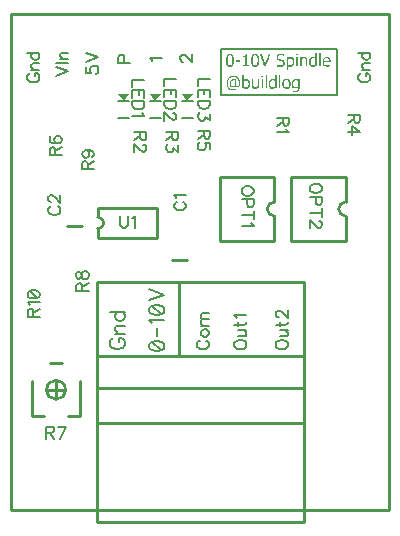
<source format=gbr>
G04 DipTrace 4.0.0.2*
G04 TopSilk.gbr*
%MOIN*%
G04 #@! TF.FileFunction,Legend,Top*
G04 #@! TF.Part,Single*
%ADD10C,0.009843*%
%ADD19C,0.008*%
%ADD21C,0.005906*%
%ADD56C,0.006176*%
%ADD57C,0.00772*%
%FSLAX26Y26*%
G04*
G70*
G90*
G75*
G01*
G04 TopSilk*
%LPD*%
X982071Y1227640D2*
D10*
X930929D1*
X632071Y1340140D2*
X580929D1*
G36*
X769000Y1756500D2*
X787751Y1781500D1*
X750249D1*
D1*
X769000Y1756500D1*
G37*
X787751D2*
D21*
X750249D1*
X787751Y1700249D2*
X750249D1*
G36*
X875251Y1756500D2*
X894001Y1781500D1*
X856500D1*
D1*
X875251Y1756500D1*
G37*
X894001D2*
D21*
X856500D1*
X894001Y1700249D2*
X856500D1*
G36*
X981500Y1756500D2*
X1000251Y1781500D1*
X962749D1*
D1*
X981500Y1756500D1*
G37*
X1000251D2*
D21*
X962749D1*
X1000251Y1700249D2*
X962749D1*
X394000Y2047543D2*
D10*
Y394000D1*
X1653843D1*
Y2047543D1*
X394000D1*
X1090949Y1502941D2*
Y1290374D1*
X1272051Y1502941D2*
X1090949D1*
Y1290374D2*
X1272051D1*
Y1502941D2*
Y1420290D1*
Y1290374D2*
Y1373025D1*
Y1420290D2*
G03X1272051Y1373025I-1J-23633D01*
G01*
X1328449Y1502941D2*
Y1290374D1*
X1509551Y1502941D2*
X1328449D1*
Y1290374D2*
X1509551D1*
Y1502941D2*
Y1420290D1*
Y1290374D2*
Y1373025D1*
Y1420290D2*
G03X1509551Y1373025I-1J-23633D01*
G01*
X512500Y794004D2*
G02X512500Y794004I31500J0D01*
G01*
X575500Y793995D2*
X512500D1*
X544000Y762507D2*
Y825501D1*
X563677Y882583D2*
X524323D1*
X465259Y823524D2*
Y705425D1*
X504629D2*
X465259D1*
X583371D2*
X622741D1*
Y823524D1*
X680909Y799094D2*
Y684945D1*
X1369886D1*
Y799094D1*
X680909D1*
Y905417D2*
Y354236D1*
X1369886D1*
Y905417D1*
X680909D1*
X683073Y1299112D2*
X879927D1*
X683073Y1401487D2*
X879927D1*
Y1299112D2*
Y1401487D1*
X683073Y1330605D2*
Y1299112D1*
Y1369993D2*
Y1401487D1*
Y1330605D2*
G03X683073Y1369993I-9J19694D01*
G01*
X680909Y1151874D2*
X955024D1*
Y905417D1*
X680909D1*
Y1151874D1*
X955024D2*
X1369886D1*
Y905417D1*
X955024D1*
Y1151874D1*
X1094000Y1931500D2*
D19*
X1481500D1*
Y1775249D1*
X1094000D1*
Y1931500D1*
G36*
X1390883Y1899379D2*
Y1898854D1*
X1389833Y1897804D1*
X1388783Y1895704D1*
X1387733Y1892555D1*
Y1882056D1*
X1388258Y1879956D1*
X1388783Y1878381D1*
X1390358Y1875232D1*
X1392982Y1872607D1*
X1395082Y1871557D1*
X1396657Y1871032D1*
X1401381D1*
X1402956Y1871557D1*
X1406106Y1873132D1*
X1407681Y1874707D1*
X1408169Y1874532D1*
X1408730Y1874182D1*
Y1872082D1*
X1413455D1*
Y1916177D1*
X1408730D1*
Y1902528D1*
X1408174Y1901958D1*
X1407902Y1902044D1*
X1407681Y1902528D1*
X1406631Y1903053D1*
X1403481Y1904103D1*
X1398232D1*
X1396657Y1903578D1*
X1393507Y1902004D1*
X1390883Y1899379D1*
X1398757D1*
X1400681Y1899904D1*
X1402606D1*
X1404531Y1899379D1*
X1406631Y1898854D1*
X1408730Y1897804D1*
Y1879431D1*
X1407681Y1878381D1*
X1404531Y1876807D1*
X1402956Y1876282D1*
X1401206Y1875757D1*
X1399457D1*
X1397707Y1876282D1*
X1396132Y1876807D1*
X1394032Y1878906D1*
Y1879431D1*
X1393507Y1880481D1*
X1392982Y1882581D1*
X1392457Y1883106D1*
Y1891505D1*
X1392982Y1892030D1*
X1393507Y1894130D1*
X1394032Y1895179D1*
X1395082Y1896754D1*
X1395184Y1897126D1*
X1395607Y1897804D1*
X1398757Y1899379D1*
X1390883D1*
G37*
G36*
X1421854Y1915652D2*
Y1872082D1*
X1426578D1*
Y1915652D1*
X1421854D1*
G37*
G36*
X1114242Y1909878D2*
X1114070Y1909241D1*
X1113717Y1908828D1*
X1113192Y1907778D1*
X1112142Y1904628D1*
X1111618Y1902528D1*
X1111093Y1899379D1*
Y1886256D1*
X1111618Y1883106D1*
X1112142Y1881006D1*
X1113192Y1877857D1*
X1113717Y1876807D1*
X1114767Y1875232D1*
X1117392Y1872607D1*
X1119492Y1871557D1*
X1121591Y1871032D1*
X1126841D1*
X1129990Y1872082D1*
X1131565Y1873132D1*
X1133140Y1874707D1*
X1134190Y1876282D1*
X1135240Y1878381D1*
X1136289Y1881531D1*
X1136814Y1884156D1*
X1137339Y1888355D1*
Y1896754D1*
X1136814Y1901479D1*
X1136289Y1904103D1*
X1135240Y1907253D1*
X1134190Y1909353D1*
X1133140Y1910927D1*
X1131565Y1912502D1*
X1128415Y1914077D1*
X1126316Y1914602D1*
X1121591D1*
X1119492Y1914077D1*
X1117392Y1913027D1*
X1114242Y1909878D1*
X1121591D1*
X1123341Y1910402D1*
X1125091D1*
X1126841Y1909878D1*
X1127890Y1909353D1*
X1129990Y1907253D1*
Y1906728D1*
X1130515Y1905678D1*
X1131040Y1903578D1*
X1131565Y1899904D1*
X1132090Y1899379D1*
Y1886256D1*
X1131565Y1885731D1*
X1131040Y1882056D1*
X1130515Y1879956D1*
X1129990Y1878906D1*
Y1878381D1*
X1127890Y1876282D1*
X1124741Y1875232D1*
X1123166D1*
X1121591Y1875757D1*
X1119492Y1876807D1*
X1118869Y1877397D1*
X1118967Y1877857D1*
X1117917Y1879431D1*
X1117392Y1881006D1*
X1116867Y1883631D1*
X1116342Y1884156D1*
Y1901479D1*
X1116867Y1902004D1*
X1117392Y1904628D1*
X1117917Y1906203D1*
X1118967Y1907778D1*
X1119069Y1908150D1*
X1119492Y1908828D1*
X1121591Y1909878D1*
X1114242D1*
G37*
G36*
X1198232D2*
X1198059Y1909241D1*
X1197707Y1908828D1*
X1197182Y1907778D1*
X1196132Y1904628D1*
X1195607Y1902528D1*
X1195082Y1899379D1*
Y1886256D1*
X1195607Y1883106D1*
X1196132Y1881006D1*
X1197182Y1877857D1*
X1197707Y1876807D1*
X1198757Y1875232D1*
X1201381Y1872607D1*
X1203481Y1871557D1*
X1205581Y1871032D1*
X1210830D1*
X1213980Y1872082D1*
X1215555Y1873132D1*
X1217129Y1874707D1*
X1218179Y1876282D1*
X1219229Y1878381D1*
X1220279Y1881531D1*
X1220804Y1884156D1*
X1221329Y1888355D1*
Y1896754D1*
X1220804Y1901479D1*
X1220279Y1904103D1*
X1219229Y1907253D1*
X1218179Y1909353D1*
X1217129Y1910927D1*
X1215555Y1912502D1*
X1212405Y1914077D1*
X1210305Y1914602D1*
X1205581D1*
X1203481Y1914077D1*
X1201381Y1913027D1*
X1198232Y1909878D1*
X1205581D1*
X1207331Y1910402D1*
X1209080D1*
X1210830Y1909878D1*
X1211880Y1909353D1*
X1213980Y1907253D1*
Y1906728D1*
X1214505Y1905678D1*
X1215030Y1903578D1*
X1215555Y1899904D1*
X1216079Y1899379D1*
Y1886256D1*
X1215555Y1885731D1*
X1215030Y1882056D1*
X1214505Y1879956D1*
X1213980Y1878906D1*
Y1878381D1*
X1211880Y1876282D1*
X1208730Y1875232D1*
X1207156D1*
X1205581Y1875757D1*
X1203481Y1876807D1*
X1202858Y1877397D1*
X1202956Y1877857D1*
X1201906Y1879431D1*
X1201381Y1881006D1*
X1200856Y1883631D1*
X1200331Y1884156D1*
Y1901479D1*
X1200856Y1902004D1*
X1201381Y1904628D1*
X1201906Y1906203D1*
X1202956Y1907778D1*
X1203058Y1908150D1*
X1203481Y1908828D1*
X1205581Y1909878D1*
X1198232D1*
G37*
G36*
X1290095Y1914602D2*
X1287995Y1914077D1*
X1286421Y1913552D1*
X1284321Y1912502D1*
X1280646Y1908828D1*
X1279597Y1906728D1*
X1279072Y1904628D1*
Y1900429D1*
X1279597Y1898329D1*
X1280646Y1896229D1*
X1283271Y1893605D1*
X1286421Y1892030D1*
X1287995Y1891505D1*
X1294295Y1889930D1*
X1297444Y1888880D1*
X1299544Y1887830D1*
X1299967Y1887153D1*
X1300069Y1886780D1*
X1301119Y1884156D1*
X1301644Y1883631D1*
Y1881531D1*
X1301119Y1881006D1*
X1300594Y1879431D1*
Y1878906D1*
X1299019Y1877332D1*
X1296919Y1876282D1*
X1295345Y1875757D1*
X1293070Y1875232D1*
X1290795D1*
X1288520Y1875757D1*
X1285371Y1876807D1*
X1281171Y1878906D1*
X1279072Y1881006D1*
Y1874182D1*
X1279597Y1873657D1*
X1282221Y1872607D1*
X1285371Y1871557D1*
X1288520Y1871032D1*
X1295345D1*
X1297444Y1871557D1*
X1299019Y1872082D1*
X1301119Y1873132D1*
X1303219Y1874707D1*
X1304793Y1876807D1*
X1305843Y1878906D1*
X1306368Y1880481D1*
X1306893Y1883106D1*
Y1884156D1*
X1306368Y1887305D1*
X1304793Y1890455D1*
X1303219Y1892030D1*
X1301644Y1893080D1*
X1300594Y1893605D1*
X1297444Y1894654D1*
X1291145Y1896229D1*
X1287995Y1897279D1*
X1286946Y1897804D1*
X1284846Y1899904D1*
Y1900954D1*
X1284321Y1901479D1*
Y1905153D1*
X1284846Y1905678D1*
X1285896Y1907253D1*
X1287471Y1908828D1*
X1288520Y1909353D1*
X1290095Y1909878D1*
X1292195Y1910402D1*
X1294295D1*
X1298494Y1909353D1*
X1300069Y1908828D1*
X1302169Y1907778D1*
X1302694Y1907253D1*
X1304793Y1905678D1*
Y1911977D1*
X1304268Y1912502D1*
X1303219Y1913027D1*
X1301644Y1913552D1*
X1299544Y1914077D1*
X1296394Y1914602D1*
X1290095D1*
G37*
G36*
X1176184Y1913552D2*
Y1912502D1*
X1175660Y1911977D1*
Y1910927D1*
X1174085Y1909353D1*
X1173035Y1908828D1*
X1170935Y1908303D1*
X1167785Y1907778D1*
Y1904628D1*
X1175135Y1904103D1*
Y1876282D1*
X1167785Y1875757D1*
Y1872082D1*
X1187208D1*
Y1875757D1*
X1179859Y1876282D1*
Y1913552D1*
X1176184D1*
G37*
G36*
X1223953D2*
Y1913027D1*
X1224478Y1911977D1*
X1228678Y1899379D1*
X1229203Y1898329D1*
X1233402Y1885731D1*
X1233927Y1884681D1*
X1238127Y1872082D1*
X1243901D1*
X1244426Y1872607D1*
X1248625Y1885206D1*
X1249150Y1886256D1*
X1253350Y1898854D1*
X1253875Y1899904D1*
X1258074Y1912502D1*
Y1913552D1*
X1253350D1*
X1252825Y1913027D1*
X1241801Y1879956D1*
X1241668Y1879337D1*
X1241246Y1878858D1*
X1240975Y1878945D1*
X1240637Y1879523D1*
X1240751Y1879956D1*
X1229728Y1913027D1*
X1229203Y1913552D1*
X1223953D1*
G37*
G36*
X1344163D2*
Y1908828D1*
X1349938D1*
Y1913552D1*
X1344163D1*
G37*
G36*
X1312667Y1898854D2*
Y1860534D1*
X1317392D1*
Y1873132D1*
X1317784Y1873469D1*
X1318056Y1873439D1*
X1318442Y1873132D1*
X1319492Y1872607D1*
X1322641Y1871557D1*
X1327890D1*
X1329465Y1872082D1*
X1331565Y1873132D1*
X1333140Y1874182D1*
X1334715Y1875757D1*
X1335764Y1877332D1*
X1337339Y1880481D1*
X1337864Y1882056D1*
X1338389Y1884156D1*
Y1893080D1*
X1337864Y1895179D1*
X1337339Y1896754D1*
X1335764Y1899904D1*
X1333140Y1902528D1*
X1331040Y1903578D1*
X1329465Y1904103D1*
X1325266D1*
X1323166Y1903578D1*
X1320016Y1902004D1*
X1318442Y1900429D1*
X1317672Y1900482D1*
X1317392Y1900954D1*
Y1903053D1*
X1312667D1*
Y1898854D1*
X1323166D1*
X1324916Y1899379D1*
X1326666D1*
X1328415Y1898854D1*
X1330515Y1897804D1*
X1332090Y1896229D1*
Y1895704D1*
X1332615Y1894130D1*
X1333140Y1891505D1*
X1333665Y1890980D1*
Y1884681D1*
X1333140Y1884156D1*
X1332615Y1882056D1*
X1332090Y1880481D1*
Y1879956D1*
X1329465Y1877332D1*
X1327366Y1876282D1*
X1325266Y1875757D1*
X1323166D1*
X1321066Y1876282D1*
X1317917Y1877332D1*
X1317392Y1877857D1*
Y1895704D1*
X1317917Y1896229D1*
X1318967Y1896754D1*
X1319492Y1897279D1*
X1321591Y1898329D1*
X1323166Y1898854D1*
X1312667D1*
G37*
G36*
X1370410Y1904103D2*
X1368310Y1903578D1*
X1366211Y1902528D1*
X1364636Y1901479D1*
X1363586Y1900429D1*
X1363029Y1899859D1*
X1362758Y1899944D1*
X1362536Y1900429D1*
Y1903053D1*
X1357812D1*
Y1872082D1*
X1362536D1*
Y1895179D1*
X1364111Y1896754D1*
X1365161Y1897279D1*
X1365686Y1897804D1*
X1366736Y1898329D1*
X1368310Y1898854D1*
X1370060Y1899379D1*
X1371810D1*
X1373560Y1898854D1*
X1374610Y1898329D1*
X1376184Y1896754D1*
Y1895704D1*
X1376709Y1890455D1*
X1377234Y1872082D1*
X1381434D1*
Y1896754D1*
X1380909Y1898329D1*
X1379859Y1900429D1*
X1377234Y1903053D1*
X1376184Y1903578D1*
X1374085Y1904103D1*
X1370410D1*
G37*
G36*
X1436552Y1899904D2*
X1436027Y1899379D1*
X1434977Y1897804D1*
X1433927Y1895704D1*
X1432877Y1892555D1*
X1432352Y1887830D1*
Y1887305D1*
X1432877Y1882581D1*
X1433927Y1879431D1*
X1434452Y1878381D1*
X1435502Y1876807D1*
X1438127Y1874182D1*
X1441276Y1872607D1*
X1442851Y1872082D1*
X1444951Y1871557D1*
X1451250D1*
X1455450Y1872607D1*
X1458074Y1873657D1*
X1458599Y1874182D1*
Y1879431D1*
X1458074Y1878906D1*
X1454925Y1877332D1*
X1453350Y1876807D1*
X1449150Y1875757D1*
X1447051D1*
X1444951Y1876282D1*
X1443376Y1876807D1*
X1441276Y1877857D1*
X1438652Y1880481D1*
Y1881006D1*
X1438127Y1882581D1*
X1437602Y1883106D1*
Y1886780D1*
X1459124Y1887305D1*
Y1894130D1*
X1458599Y1896229D1*
X1458074Y1897804D1*
X1457024Y1899379D1*
X1453875Y1902528D1*
X1451775Y1903578D1*
X1449675Y1904103D1*
X1444426D1*
X1442326Y1903578D1*
X1440751Y1903053D1*
X1439701Y1902528D1*
X1437602Y1900954D1*
X1436552Y1899904D1*
X1443901D1*
X1445826Y1900429D1*
X1447750D1*
X1449675Y1899904D1*
X1451775Y1898854D1*
X1453350Y1897279D1*
Y1896754D1*
X1453875Y1895704D1*
X1454400Y1893080D1*
X1454925Y1892555D1*
Y1891505D1*
X1449150Y1890980D1*
X1443376D1*
X1437602Y1891505D1*
Y1893605D1*
X1438127Y1894130D1*
X1438652Y1895704D1*
Y1896229D1*
X1441276Y1898854D1*
X1442326Y1899379D1*
X1443901Y1899904D1*
X1436552D1*
G37*
G36*
X1344688Y1903053D2*
Y1872082D1*
X1349413D1*
Y1903053D1*
X1344688D1*
G37*
G36*
X1142589Y1892555D2*
Y1887830D1*
X1157812D1*
Y1892555D1*
X1142589D1*
G37*
G36*
X1256499Y1825888D2*
Y1825363D1*
X1255450Y1824313D1*
X1254400Y1822214D1*
X1253350Y1819064D1*
Y1808565D1*
X1253875Y1806465D1*
X1254400Y1804891D1*
X1255974Y1801741D1*
X1258599Y1799116D1*
X1260699Y1798067D1*
X1262274Y1797542D1*
X1266998D1*
X1268573Y1798067D1*
X1271722Y1799641D1*
X1273297Y1801216D1*
X1273786Y1801042D1*
X1274347Y1800691D1*
Y1798591D1*
X1279072D1*
Y1842686D1*
X1274347D1*
Y1829038D1*
X1273791Y1828468D1*
X1273519Y1828553D1*
X1273297Y1829038D1*
X1272247Y1829563D1*
X1269098Y1830612D1*
X1263848D1*
X1262274Y1830088D1*
X1259124Y1828513D1*
X1256499Y1825888D1*
X1264373D1*
X1266298Y1826413D1*
X1268223D1*
X1270148Y1825888D1*
X1272247Y1825363D1*
X1274347Y1824313D1*
Y1805941D1*
X1273297Y1804891D1*
X1270148Y1803316D1*
X1268573Y1802791D1*
X1266823Y1802266D1*
X1265073D1*
X1263324Y1802791D1*
X1261749Y1803316D1*
X1259649Y1805416D1*
Y1805941D1*
X1259124Y1806990D1*
X1258599Y1809090D1*
X1258074Y1809615D1*
Y1818014D1*
X1258599Y1818539D1*
X1259124Y1820639D1*
X1259649Y1821689D1*
X1260699Y1823263D1*
X1260801Y1823635D1*
X1261224Y1824313D1*
X1264373Y1825888D1*
X1256499D1*
G37*
G36*
X1165161Y1825363D2*
Y1798591D1*
X1169360D1*
Y1799116D1*
X1170060Y1799641D1*
X1170760D1*
X1171460Y1799116D1*
X1173560Y1798067D1*
X1175660Y1797542D1*
X1180384D1*
X1181959Y1798067D1*
X1184058Y1799116D1*
X1185633Y1800166D1*
X1187208Y1801741D1*
X1188258Y1803316D1*
X1189833Y1806465D1*
X1190358Y1808040D1*
X1190883Y1810140D1*
Y1819064D1*
X1190358Y1821689D1*
X1189833Y1823263D1*
X1188783Y1825363D1*
X1187733Y1826938D1*
X1185633Y1829038D1*
X1183534Y1830088D1*
X1181959Y1830612D1*
X1177234D1*
X1175660Y1830088D1*
X1172510Y1828513D1*
X1170935Y1826938D1*
X1170166Y1826991D1*
X1169885Y1827463D1*
Y1842161D1*
X1165161D1*
Y1825363D1*
X1175660D1*
X1177409Y1825888D1*
X1179159D1*
X1180909Y1825363D1*
X1183009Y1824313D1*
X1184583Y1822738D1*
Y1822214D1*
X1185108Y1820639D1*
X1185633Y1818014D1*
X1186158Y1817489D1*
Y1810665D1*
X1185633Y1810140D1*
X1185108Y1808040D1*
X1184583Y1806465D1*
X1183534Y1804891D1*
X1183361Y1804254D1*
X1183009Y1803841D1*
X1179859Y1802266D1*
X1177934Y1801741D1*
X1176009D1*
X1174085Y1802266D1*
X1171985Y1802791D1*
X1169885Y1803841D1*
Y1822214D1*
X1170935Y1823263D1*
X1174085Y1824838D1*
X1175660Y1825363D1*
X1165161D1*
G37*
G36*
X1242326Y1842161D2*
Y1798591D1*
X1247051D1*
Y1842161D1*
X1242326D1*
G37*
G36*
X1287471D2*
Y1798591D1*
X1292195D1*
Y1842161D1*
X1287471D1*
G37*
G36*
X1144688Y1806990D2*
Y1829563D1*
X1141014D1*
X1140823Y1828917D1*
X1140264Y1828470D1*
X1139789Y1828554D1*
X1139439Y1829038D1*
X1136289Y1830088D1*
X1132090D1*
X1130515Y1829563D1*
X1129465Y1829038D1*
X1127366Y1827463D1*
X1126316Y1826413D1*
X1125266Y1824838D1*
X1124216Y1822738D1*
X1123691Y1821164D1*
X1123166Y1818014D1*
Y1814339D1*
X1123691Y1811190D1*
X1124216Y1809090D1*
X1125266Y1806990D1*
X1128415Y1803841D1*
X1129465Y1803316D1*
X1131040Y1802791D1*
X1135240D1*
X1136814Y1803316D1*
X1137864Y1803841D1*
X1139439Y1804891D1*
X1139964Y1805416D1*
X1140356Y1805753D1*
X1140621Y1805709D1*
X1140920Y1805275D1*
X1141539Y1802791D1*
X1153087D1*
X1153612Y1803316D1*
X1155187Y1806465D1*
X1156237Y1809615D1*
X1156762Y1811715D1*
X1157287Y1815389D1*
Y1819064D1*
X1156762Y1823263D1*
X1156237Y1825363D1*
X1155187Y1828513D1*
X1153612Y1831662D1*
X1152562Y1833237D1*
X1148363Y1837437D1*
X1146788Y1838486D1*
X1144688Y1839536D1*
X1141539Y1840586D1*
X1138914Y1841111D1*
X1132090D1*
X1129465Y1840586D1*
X1126316Y1839536D1*
X1124216Y1838486D1*
X1122641Y1837437D1*
X1120016Y1835337D1*
X1118967Y1834287D1*
X1116867Y1831662D1*
X1115817Y1830088D1*
X1113717Y1825888D1*
X1113192Y1824313D1*
X1112667Y1821689D1*
Y1811190D1*
X1113192Y1809090D1*
X1114242Y1805941D1*
X1115817Y1802791D1*
X1116867Y1801216D1*
X1122116Y1795967D1*
X1124741Y1794392D1*
X1127366Y1793342D1*
X1128940Y1792817D1*
X1131565Y1792292D1*
X1139964D1*
X1143639Y1792817D1*
X1144688Y1793342D1*
Y1796492D1*
X1144163D1*
X1140489Y1795967D1*
X1137514Y1795442D1*
X1134540D1*
X1131565Y1795967D1*
X1128940Y1796492D1*
X1127366Y1797017D1*
X1125266Y1798067D1*
X1124741Y1798591D1*
X1123691Y1799116D1*
X1119492Y1803316D1*
Y1803841D1*
X1118442Y1805416D1*
X1117917Y1806465D1*
X1116867Y1809615D1*
X1116342Y1812765D1*
X1115817Y1813290D1*
Y1820114D1*
X1116342Y1820639D1*
X1116867Y1823263D1*
X1117917Y1826413D1*
X1118442Y1827463D1*
X1119492Y1829038D1*
X1121591Y1831662D1*
X1121693Y1832034D1*
X1122116Y1832712D1*
X1123166Y1833237D1*
X1124741Y1834812D1*
X1127890Y1836387D1*
X1129465Y1836912D1*
X1131565Y1837437D1*
X1134190Y1837962D1*
X1136814D1*
X1139439Y1837437D1*
X1141539Y1836912D1*
X1143114Y1836387D1*
X1146263Y1834812D1*
X1149938Y1831137D1*
Y1830612D1*
X1150988Y1829038D1*
X1151513Y1827988D1*
X1152562Y1824838D1*
X1153087Y1822738D1*
X1153612Y1822214D1*
Y1811190D1*
X1153087Y1810665D1*
X1152562Y1808040D1*
X1152037Y1806465D1*
Y1805941D1*
X1149588Y1805416D1*
X1147138D1*
X1144688Y1805941D1*
Y1806990D1*
X1136289D1*
X1134715Y1806465D1*
X1133140D1*
X1131565Y1806990D1*
X1130515Y1807515D1*
X1128940Y1809090D1*
Y1809615D1*
X1128415Y1811190D1*
X1127890Y1814339D1*
X1127366Y1814864D1*
Y1817489D1*
X1127890Y1818014D1*
X1128415Y1821164D1*
X1128940Y1822738D1*
Y1823263D1*
X1130515Y1824838D1*
X1132615Y1825888D1*
X1134365Y1826413D1*
X1136114D1*
X1137864Y1825888D1*
X1139439Y1825363D1*
X1140489Y1824838D1*
X1141014Y1824313D1*
Y1809615D1*
X1139964Y1809090D1*
X1138389Y1808040D1*
X1136289Y1806990D1*
X1144688D1*
G37*
G36*
X1228678Y1840061D2*
Y1835337D1*
X1234452D1*
Y1840061D1*
X1228678D1*
G37*
G36*
X1301644Y1825888D2*
X1301119Y1825363D1*
X1300069Y1823788D1*
X1299544Y1822738D1*
X1299019Y1821164D1*
X1298494Y1819064D1*
Y1809090D1*
X1299019Y1806990D1*
X1299544Y1805941D1*
X1300069Y1804366D1*
X1301119Y1802791D1*
X1304268Y1799641D1*
X1305843Y1798591D1*
X1307418Y1798067D1*
X1309518Y1797542D1*
X1314767D1*
X1316867Y1798067D1*
X1320016Y1799641D1*
X1323166Y1802791D1*
X1324741Y1805941D1*
X1325266Y1807515D1*
X1325791Y1809615D1*
Y1818539D1*
X1325266Y1820639D1*
X1324741Y1822214D1*
X1323691Y1824313D1*
X1322641Y1825888D1*
X1320016Y1828513D1*
X1316867Y1830088D1*
X1314767Y1830612D1*
X1309518D1*
X1307418Y1830088D1*
X1304268Y1828513D1*
X1301644Y1825888D1*
X1309518D1*
X1311268Y1826413D1*
X1313017D1*
X1314767Y1825888D1*
X1316342Y1825363D1*
X1316867Y1824838D1*
X1317917Y1824313D1*
X1318340Y1823635D1*
X1318442Y1823263D1*
X1319492Y1821689D1*
X1320016Y1820114D1*
X1320541Y1818014D1*
X1321066Y1817489D1*
Y1810665D1*
X1320541Y1810140D1*
X1320016Y1808040D1*
X1319492Y1806465D1*
X1318442Y1804891D1*
X1318269Y1804254D1*
X1317917Y1803841D1*
X1316867Y1803316D1*
X1316342Y1802791D1*
X1314767Y1802266D1*
X1313017Y1801741D1*
X1311268D1*
X1309518Y1802266D1*
X1307943Y1802791D1*
X1306893Y1803316D1*
X1305318Y1804891D1*
Y1805416D1*
X1304268Y1807515D1*
X1303743Y1809615D1*
X1303219Y1810140D1*
Y1818539D1*
X1303743Y1819064D1*
X1304268Y1820639D1*
X1305318Y1822738D1*
Y1823263D1*
X1306893Y1824838D1*
X1307943Y1825363D1*
X1309518Y1825888D1*
X1301644D1*
G37*
G36*
X1333140D2*
X1332615Y1825363D1*
X1330515Y1821164D1*
X1329990Y1819064D1*
Y1809090D1*
X1330515Y1806990D1*
X1332090Y1803841D1*
X1335240Y1800691D1*
X1337339Y1799641D1*
X1338914Y1799116D1*
X1344163D1*
X1345738Y1799641D1*
X1348888Y1801216D1*
X1349938Y1802266D1*
X1350330Y1802603D1*
X1350602Y1802572D1*
X1350988Y1802266D1*
Y1797017D1*
X1350463Y1796492D1*
X1349938Y1794917D1*
X1349413Y1793867D1*
X1349240Y1793230D1*
X1348888Y1792817D1*
X1346788Y1791767D1*
X1345213Y1791242D1*
X1343114Y1790717D1*
X1341014D1*
X1338914Y1791242D1*
X1333140Y1792817D1*
X1332615D1*
Y1788093D1*
X1333140Y1787568D1*
X1335240Y1787043D1*
X1337864Y1786518D1*
X1344688D1*
X1347313Y1787043D1*
X1348888Y1787568D1*
X1349938Y1788093D1*
X1352037Y1789668D1*
X1352562Y1790193D1*
X1353612Y1791767D1*
X1354662Y1793867D1*
X1355187Y1795442D1*
X1355712Y1798591D1*
Y1829563D1*
X1350988D1*
X1350797Y1828917D1*
X1350238Y1828470D1*
X1349763Y1828554D1*
X1349413Y1829038D1*
X1347313Y1830088D1*
X1345213Y1830612D1*
X1340489D1*
X1338914Y1830088D1*
X1335764Y1828513D1*
X1333140Y1825888D1*
X1341014D1*
X1342939Y1826413D1*
X1344863D1*
X1346788Y1825888D1*
X1349938Y1824838D1*
X1350988Y1824313D1*
Y1806990D1*
X1349938Y1805941D1*
X1346788Y1804366D1*
X1345213Y1803841D1*
X1343464Y1803316D1*
X1341714D1*
X1339964Y1803841D1*
X1338389Y1804366D1*
X1335764Y1806990D1*
Y1808040D1*
X1335240Y1809615D1*
X1334715Y1810140D1*
Y1818539D1*
X1335240Y1819064D1*
X1335764Y1820639D1*
X1336814Y1822738D1*
Y1823263D1*
X1337864Y1824313D1*
X1341014Y1825888D1*
X1333140D1*
G37*
G36*
X1196657Y1829563D2*
Y1806990D1*
X1197182Y1804366D1*
X1197707Y1802791D1*
X1198232Y1801741D1*
X1201381Y1798591D1*
X1202431Y1798067D1*
X1204006Y1797542D1*
X1208205D1*
X1210305Y1798067D1*
X1212405Y1799116D1*
X1214505Y1800691D1*
X1215030Y1801216D1*
X1215422Y1801553D1*
X1215694Y1801523D1*
X1216079Y1801216D1*
Y1798591D1*
X1220804D1*
Y1829563D1*
X1216079D1*
Y1805941D1*
X1215030Y1805416D1*
X1214505Y1804891D1*
X1210305Y1802791D1*
X1208555Y1802266D1*
X1206806D1*
X1205056Y1802791D1*
X1204006Y1803316D1*
X1202431Y1804891D1*
Y1805416D1*
X1201906Y1807515D1*
X1201381Y1829563D1*
X1196657D1*
G37*
G36*
X1229203D2*
Y1798591D1*
X1233927D1*
Y1829563D1*
X1229203D1*
G37*
X854569Y938311D2*
D57*
X856946Y931126D1*
X864131Y926318D1*
X876069Y923941D1*
X883254D1*
X895192Y926318D1*
X902377Y931126D1*
X904754Y938311D1*
Y943064D1*
X902377Y950249D1*
X895192Y955003D1*
X883254Y957435D1*
X876069D1*
X864131Y955003D1*
X856946Y950249D1*
X854569Y943064D1*
Y938311D1*
X864131Y955003D2*
X895192Y926318D1*
X879661Y972874D2*
Y1000509D1*
X864131Y1015948D2*
X861699Y1020756D1*
X854569Y1027941D1*
X904754D1*
X854569Y1057751D2*
X856946Y1050566D1*
X864131Y1045757D1*
X876069Y1043381D1*
X883254D1*
X895192Y1045757D1*
X902377Y1050566D1*
X904754Y1057751D1*
Y1062504D1*
X902377Y1069689D1*
X895192Y1074442D1*
X883254Y1076874D1*
X876069D1*
X864131Y1074442D1*
X856946Y1069689D1*
X854569Y1062504D1*
Y1057751D1*
X864131Y1074442D2*
X895192Y1045757D1*
X854514Y1092313D2*
X904754Y1111436D1*
X854514Y1130560D1*
X735201Y966062D2*
X730448Y963685D1*
X725640Y958877D1*
X723263Y954124D1*
Y944562D1*
X725640Y939753D1*
X730448Y935000D1*
X735201Y932568D1*
X742386Y930192D1*
X754380D1*
X761510Y932568D1*
X766318Y935000D1*
X771071Y939753D1*
X773503Y944562D1*
Y954124D1*
X771071Y958877D1*
X766318Y963685D1*
X761510Y966062D1*
X754380D1*
Y954124D1*
X740010Y981501D2*
X773503D1*
X749571D2*
X742386Y988686D1*
X740010Y993494D1*
Y1000624D1*
X742386Y1005433D1*
X749571Y1007809D1*
X773503D1*
X723263Y1051933D2*
X773503D1*
X747195D2*
X742386Y1047180D1*
X740010Y1042372D1*
Y1035187D1*
X742386Y1030434D1*
X747195Y1025625D1*
X754380Y1023249D1*
X759133D1*
X766318Y1025625D1*
X771071Y1030434D1*
X773503Y1035187D1*
Y1042372D1*
X771071Y1047180D1*
X766318Y1051933D1*
X1560673Y1848461D2*
D56*
X1556870Y1846560D1*
X1553023Y1842713D1*
X1551122Y1838910D1*
Y1831261D1*
X1553023Y1827414D1*
X1556870Y1823612D1*
X1560673Y1821666D1*
X1566421Y1819765D1*
X1576015D1*
X1581719Y1821666D1*
X1585566Y1823612D1*
X1589369Y1827414D1*
X1591314Y1831261D1*
Y1838910D1*
X1589369Y1842713D1*
X1585566Y1846560D1*
X1581719Y1848461D1*
X1576015D1*
Y1838910D1*
X1564519Y1860812D2*
X1591314D1*
X1572169D2*
X1566421Y1866560D1*
X1564519Y1870407D1*
Y1876111D1*
X1566421Y1879958D1*
X1572169Y1881859D1*
X1591314D1*
X1551122Y1917158D2*
X1591314D1*
X1570267D2*
X1566421Y1913356D1*
X1564519Y1909509D1*
Y1903761D1*
X1566421Y1899958D1*
X1570267Y1896112D1*
X1576015Y1894210D1*
X1579818D1*
X1585566Y1896112D1*
X1589369Y1899958D1*
X1591314Y1903761D1*
Y1909509D1*
X1589369Y1913356D1*
X1585566Y1917158D1*
X458163Y1848461D2*
X454361Y1846560D1*
X450514Y1842713D1*
X448613Y1838910D1*
Y1831261D1*
X450514Y1827414D1*
X454361Y1823612D1*
X458163Y1821666D1*
X463911Y1819765D1*
X473506D1*
X479210Y1821666D1*
X483057Y1823612D1*
X486859Y1827414D1*
X488805Y1831261D1*
Y1838910D1*
X486859Y1842713D1*
X483057Y1846560D1*
X479210Y1848461D1*
X473506D1*
Y1838910D1*
X462010Y1860812D2*
X488805D1*
X469660D2*
X463911Y1866560D1*
X462010Y1870407D1*
Y1876111D1*
X463911Y1879958D1*
X469660Y1881859D1*
X488805D1*
X448613Y1917158D2*
X488805D1*
X467758D2*
X463911Y1913356D1*
X462010Y1909509D1*
Y1903761D1*
X463911Y1899958D1*
X467758Y1896112D1*
X473506Y1894210D1*
X477309D1*
X483057Y1896112D1*
X486859Y1899958D1*
X488805Y1903761D1*
Y1909509D1*
X486859Y1913356D1*
X483057Y1917158D1*
X772169Y1884273D2*
Y1901517D1*
X770267Y1907221D1*
X768322Y1909166D1*
X764519Y1911068D1*
X758771D1*
X754969Y1909166D1*
X753023Y1907221D1*
X751122Y1901517D1*
Y1884273D1*
X791314D1*
X544873Y1840811D2*
X585065Y1856110D1*
X544873Y1871408D1*
Y1883760D2*
X585065D1*
X558270Y1896111D2*
X585065D1*
X565919D2*
X560171Y1901859D1*
X558270Y1905706D1*
Y1911410D1*
X560171Y1915256D1*
X565919Y1917158D1*
X585065D1*
X644917Y1870363D2*
Y1851261D1*
X662117Y1849360D1*
X660216Y1851261D1*
X658270Y1857009D1*
Y1862713D1*
X660216Y1868461D1*
X664018Y1872308D1*
X669766Y1874209D1*
X673569D1*
X679317Y1872308D1*
X683163Y1868461D1*
X685065Y1862713D1*
Y1857009D1*
X683163Y1851261D1*
X681218Y1849360D1*
X677415Y1847415D1*
X644873Y1886561D2*
X685065Y1901859D1*
X644873Y1917158D1*
X966968Y1888313D2*
X965066D1*
X961219Y1890214D1*
X959318Y1892115D1*
X957417Y1895962D1*
Y1903611D1*
X959318Y1907414D1*
X961219Y1909315D1*
X965066Y1911261D1*
X968869D1*
X972716Y1909315D1*
X978419Y1905513D1*
X997565Y1886367D1*
Y1913162D1*
X865066Y1891067D2*
X863121Y1894914D1*
X857417Y1900662D1*
X897565D1*
X1138622Y940916D2*
X1140523Y937069D1*
X1144370Y933267D1*
X1148173Y931321D1*
X1153921Y929420D1*
X1163515D1*
X1169219Y931321D1*
X1173066Y933267D1*
X1176869Y937069D1*
X1178814Y940916D1*
Y948565D1*
X1176869Y952368D1*
X1173066Y956215D1*
X1169219Y958116D1*
X1163515Y960017D1*
X1153921D1*
X1148173Y958116D1*
X1144370Y956215D1*
X1140523Y952368D1*
X1138622Y948565D1*
Y940916D1*
X1152019Y972368D2*
X1171165D1*
X1176869Y974270D1*
X1178814Y978117D1*
Y983865D1*
X1176869Y987667D1*
X1171165Y993415D1*
X1152019D2*
X1178814D1*
X1138622Y1011515D2*
X1171165D1*
X1176869Y1013416D1*
X1178814Y1017263D1*
Y1021065D1*
X1152019Y1005767D2*
Y1019164D1*
X1146316Y1033417D2*
X1144370Y1037263D1*
X1138666Y1043011D1*
X1178814D1*
X1276122Y940916D2*
X1278023Y937069D1*
X1281870Y933267D1*
X1285673Y931321D1*
X1291421Y929420D1*
X1301015D1*
X1306719Y931321D1*
X1310566Y933267D1*
X1314369Y937069D1*
X1316314Y940916D1*
Y948565D1*
X1314369Y952368D1*
X1310566Y956215D1*
X1306719Y958116D1*
X1301015Y960017D1*
X1291421D1*
X1285673Y958116D1*
X1281870Y956215D1*
X1278023Y952368D1*
X1276122Y948565D1*
Y940916D1*
X1289519Y972368D2*
X1308665D1*
X1314369Y974270D1*
X1316314Y978117D1*
Y983865D1*
X1314369Y987667D1*
X1308665Y993415D1*
X1289519D2*
X1316314D1*
X1276122Y1011515D2*
X1308665D1*
X1314369Y1013416D1*
X1316314Y1017263D1*
Y1021065D1*
X1289519Y1005767D2*
Y1019164D1*
X1285717Y1035362D2*
X1283816D1*
X1279969Y1037263D1*
X1278068Y1039165D1*
X1276166Y1043011D1*
Y1050661D1*
X1278068Y1054463D1*
X1279969Y1056364D1*
X1283816Y1058310D1*
X1287618D1*
X1291465Y1056364D1*
X1297169Y1052562D1*
X1316314Y1033417D1*
Y1060211D1*
X1023173Y958116D2*
X1019370Y956215D1*
X1015523Y952368D1*
X1013622Y948565D1*
Y940916D1*
X1015523Y937069D1*
X1019370Y933267D1*
X1023173Y931321D1*
X1028921Y929420D1*
X1038515D1*
X1044219Y931321D1*
X1048066Y933267D1*
X1051869Y937069D1*
X1053814Y940916D1*
Y948565D1*
X1051869Y952368D1*
X1048066Y956215D1*
X1044219Y958116D1*
X1027019Y980018D2*
X1028921Y976215D1*
X1032767Y972368D1*
X1038515Y970467D1*
X1042318D1*
X1048066Y972368D1*
X1051869Y976215D1*
X1053814Y980018D1*
Y985766D1*
X1051869Y989613D1*
X1048066Y993415D1*
X1042318Y995361D1*
X1038515D1*
X1032767Y993415D1*
X1028921Y989613D1*
X1027019Y985766D1*
Y980018D1*
Y1007712D2*
X1053814D1*
X1034669D2*
X1028921Y1013460D1*
X1027019Y1017307D1*
Y1023011D1*
X1028921Y1026857D1*
X1034669Y1028759D1*
X1053814D1*
X1034669D2*
X1028921Y1034507D1*
X1027019Y1038353D1*
Y1044057D1*
X1028921Y1047904D1*
X1034669Y1049849D1*
X1053814D1*
X946695Y1420641D2*
X942893Y1418740D1*
X939046Y1414893D1*
X937145Y1411091D1*
Y1403441D1*
X939046Y1399595D1*
X942893Y1395792D1*
X946695Y1393847D1*
X952443Y1391945D1*
X962038D1*
X967742Y1393847D1*
X971589Y1395792D1*
X975391Y1399595D1*
X977337Y1403441D1*
Y1411091D1*
X975391Y1414893D1*
X971589Y1418740D1*
X967742Y1420641D1*
X944838Y1432993D2*
X942893Y1436839D1*
X937189Y1442587D1*
X977337D1*
X527945Y1405792D2*
X524142Y1403891D1*
X520295Y1400044D1*
X518394Y1396241D1*
Y1388592D1*
X520295Y1384745D1*
X524142Y1380943D1*
X527945Y1378997D1*
X533693Y1377096D1*
X543287D1*
X548991Y1378997D1*
X552838Y1380943D1*
X556640Y1384745D1*
X558586Y1388592D1*
Y1396241D1*
X556640Y1400044D1*
X552838Y1403891D1*
X548991Y1405792D1*
X527989Y1420089D2*
X526087D1*
X522241Y1421990D1*
X520339Y1423891D1*
X518438Y1427738D1*
Y1435387D1*
X520339Y1439190D1*
X522241Y1441091D1*
X526087Y1443037D1*
X529890D1*
X533737Y1441091D1*
X539441Y1437289D1*
X558586Y1418143D1*
Y1444938D1*
X838701Y1827725D2*
X798509D1*
Y1804777D1*
X838701Y1767577D2*
Y1792426D1*
X798509D1*
Y1767577D1*
X819555Y1792426D2*
Y1777127D1*
X838701Y1755225D2*
X798509D1*
Y1741828D1*
X800454Y1736080D1*
X804257Y1732233D1*
X808103Y1730332D1*
X813807Y1728431D1*
X823402D1*
X829150Y1730332D1*
X832952Y1732233D1*
X836799Y1736080D1*
X838701Y1741828D1*
Y1755225D1*
X831007Y1716079D2*
X832952Y1712233D1*
X838656Y1706485D1*
X798509D1*
X944951Y1830076D2*
X904759D1*
Y1807128D1*
X944951Y1769927D2*
Y1794777D1*
X904759D1*
Y1769927D1*
X925806Y1794777D2*
Y1779478D1*
X944951Y1757576D2*
X904759D1*
Y1744179D1*
X906705Y1738431D1*
X910507Y1734584D1*
X914354Y1732683D1*
X920058Y1730781D1*
X929653D1*
X935401Y1732683D1*
X939203Y1734584D1*
X943050Y1738431D1*
X944951Y1744179D1*
Y1757576D1*
X935356Y1716485D2*
X937258D1*
X941104Y1714583D1*
X943006Y1712682D1*
X944907Y1708835D1*
Y1701186D1*
X943006Y1697383D1*
X941104Y1695482D1*
X937258Y1693537D1*
X933455D1*
X929608Y1695482D1*
X923905Y1699285D1*
X904759Y1718430D1*
Y1691635D1*
X1057451Y1830075D2*
X1017259D1*
Y1807127D1*
X1057451Y1769926D2*
Y1794775D1*
X1017259D1*
Y1769926D1*
X1038306Y1794775D2*
Y1779477D1*
X1057451Y1757575D2*
X1017259D1*
Y1744177D1*
X1019205Y1738429D1*
X1023007Y1734583D1*
X1026854Y1732681D1*
X1032558Y1730780D1*
X1042153D1*
X1047901Y1732681D1*
X1051703Y1734583D1*
X1055550Y1738429D1*
X1057451Y1744177D1*
Y1757575D1*
X1057407Y1714582D2*
Y1693580D1*
X1042108Y1705031D1*
Y1699283D1*
X1040207Y1695481D1*
X1038306Y1693580D1*
X1032558Y1691634D1*
X1028755D1*
X1023007Y1693580D1*
X1019160Y1697382D1*
X1017259Y1703130D1*
Y1708878D1*
X1019160Y1714582D1*
X1021106Y1716483D1*
X1024908Y1718429D1*
X1202677Y1460422D2*
X1200776Y1464268D1*
X1196929Y1468071D1*
X1193126Y1470016D1*
X1187378Y1471918D1*
X1177783D1*
X1172080Y1470016D1*
X1168233Y1468071D1*
X1164430Y1464268D1*
X1162485Y1460422D1*
Y1452772D1*
X1164430Y1448970D1*
X1168233Y1445123D1*
X1172080Y1443222D1*
X1177783Y1441321D1*
X1187378D1*
X1193126Y1443222D1*
X1196929Y1445123D1*
X1200776Y1448970D1*
X1202677Y1452772D1*
Y1460422D1*
X1181630Y1428969D2*
Y1411725D1*
X1183532Y1406021D1*
X1185477Y1404076D1*
X1189280Y1402174D1*
X1195028D1*
X1198830Y1404076D1*
X1200776Y1406021D1*
X1202677Y1411725D1*
Y1428969D1*
X1162485D1*
X1202677Y1376426D2*
X1162485D1*
X1202677Y1389823D2*
Y1363028D1*
X1194983Y1350677D2*
X1196929Y1346830D1*
X1202633Y1341082D1*
X1162485D1*
X1430334Y1469022D2*
X1428433Y1472868D1*
X1424586Y1476671D1*
X1420784Y1478616D1*
X1415036Y1480518D1*
X1405441D1*
X1399737Y1478616D1*
X1395890Y1476671D1*
X1392088Y1472868D1*
X1390142Y1469022D1*
Y1461372D1*
X1392088Y1457570D1*
X1395890Y1453723D1*
X1399737Y1451822D1*
X1405441Y1449920D1*
X1415036D1*
X1420784Y1451822D1*
X1424586Y1453723D1*
X1428433Y1457570D1*
X1430334Y1461372D1*
Y1469022D1*
X1409288Y1437569D2*
Y1420325D1*
X1411189Y1414621D1*
X1413134Y1412676D1*
X1416937Y1410774D1*
X1422685D1*
X1426488Y1412676D1*
X1428433Y1414621D1*
X1430334Y1420325D1*
Y1437569D1*
X1390142D1*
X1430334Y1385026D2*
X1390142D1*
X1430334Y1398423D2*
Y1371628D1*
X1420740Y1357331D2*
X1422641D1*
X1426488Y1355430D1*
X1428389Y1353529D1*
X1430290Y1349682D1*
Y1342033D1*
X1428389Y1338230D1*
X1426488Y1336329D1*
X1422641Y1334384D1*
X1418838D1*
X1414992Y1336329D1*
X1409288Y1340132D1*
X1390142Y1359277D1*
Y1332482D1*
X1300461Y1701343D2*
Y1684143D1*
X1302406Y1678395D1*
X1304307Y1676449D1*
X1308110Y1674548D1*
X1311957D1*
X1315759Y1676449D1*
X1317705Y1678395D1*
X1319606Y1684143D1*
Y1701343D1*
X1279414D1*
X1300461Y1687946D2*
X1279414Y1674548D1*
X1311913Y1662197D2*
X1313858Y1658350D1*
X1319562Y1652602D1*
X1279414D1*
X825461Y1651970D2*
Y1634770D1*
X827406Y1629022D1*
X829307Y1627077D1*
X833110Y1625176D1*
X836957D1*
X840759Y1627077D1*
X842705Y1629022D1*
X844606Y1634770D1*
Y1651970D1*
X804414D1*
X825461Y1638573D2*
X804414Y1625176D1*
X835011Y1610879D2*
X836913D1*
X840759Y1608978D1*
X842661Y1607076D1*
X844562Y1603230D1*
Y1595580D1*
X842661Y1591778D1*
X840759Y1589876D1*
X836913Y1587931D1*
X833110D1*
X829263Y1589876D1*
X823559Y1593679D1*
X804414Y1612824D1*
Y1586030D1*
X931711Y1651970D2*
Y1634770D1*
X933657Y1629022D1*
X935558Y1627077D1*
X939361Y1625176D1*
X943207D1*
X947010Y1627077D1*
X948955Y1629022D1*
X950857Y1634770D1*
Y1651970D1*
X910665D1*
X931711Y1638573D2*
X910665Y1625176D1*
X950812Y1608978D2*
Y1587975D1*
X935514Y1599427D1*
Y1593679D1*
X933613Y1589876D1*
X931711Y1587975D1*
X925963Y1586030D1*
X922161D1*
X916413Y1587975D1*
X912566Y1591778D1*
X910665Y1597526D1*
Y1603274D1*
X912566Y1608978D1*
X914511Y1610879D1*
X918314Y1612824D1*
X1537961Y1710893D2*
Y1693694D1*
X1539906Y1687946D1*
X1541807Y1686000D1*
X1545610Y1684099D1*
X1549457D1*
X1553259Y1686000D1*
X1555205Y1687946D1*
X1557106Y1693694D1*
Y1710893D1*
X1516914D1*
X1537961Y1697496D2*
X1516914Y1684099D1*
Y1652602D2*
X1557062D1*
X1530311Y1671747D1*
Y1643051D1*
X1037961Y1658221D2*
Y1641021D1*
X1039906Y1635273D1*
X1041807Y1633328D1*
X1045610Y1631426D1*
X1049457D1*
X1053259Y1633328D1*
X1055205Y1635273D1*
X1057106Y1641021D1*
Y1658221D1*
X1016914D1*
X1037961Y1644824D2*
X1016914Y1631426D1*
X1057062Y1596127D2*
Y1615228D1*
X1039862Y1617129D1*
X1041763Y1615228D1*
X1043709Y1609480D1*
Y1603776D1*
X1041763Y1598028D1*
X1037961Y1594182D1*
X1032213Y1592280D1*
X1028410D1*
X1022662Y1594182D1*
X1018815Y1598028D1*
X1016914Y1603776D1*
Y1609480D1*
X1018815Y1615228D1*
X1020761Y1617129D1*
X1024563Y1619075D1*
X541772Y1576324D2*
Y1593524D1*
X539826Y1599272D1*
X537925Y1601217D1*
X534122Y1603119D1*
X530276D1*
X526473Y1601217D1*
X524528Y1599272D1*
X522626Y1593524D1*
Y1576324D1*
X562818D1*
X541772Y1589721D2*
X562818Y1603119D1*
X528374Y1638418D2*
X524572Y1636517D1*
X522670Y1630769D1*
Y1626966D1*
X524572Y1621218D1*
X530320Y1617371D1*
X539870Y1615470D1*
X549421D1*
X557070Y1617371D1*
X560917Y1621218D1*
X562818Y1626966D1*
Y1628867D1*
X560917Y1634571D1*
X557070Y1638418D1*
X551322Y1640319D1*
X549421D1*
X543673Y1638418D1*
X539870Y1634571D1*
X537969Y1628867D1*
Y1626966D1*
X539870Y1621218D1*
X543673Y1617371D1*
X549421Y1615470D1*
X511030Y651445D2*
X528230D1*
X533978Y653390D1*
X535923Y655292D1*
X537824Y659094D1*
Y662941D1*
X535923Y666744D1*
X533978Y668689D1*
X528230Y670590D1*
X511030D1*
Y630398D1*
X524427Y651445D2*
X537824Y630398D1*
X557825D2*
X576970Y670546D1*
X550176D1*
X631289Y1123453D2*
Y1140653D1*
X629343Y1146401D1*
X627442Y1148347D1*
X623639Y1150248D1*
X619793D1*
X615990Y1148347D1*
X614045Y1146401D1*
X612143Y1140653D1*
Y1123453D1*
X652335D1*
X631289Y1136851D2*
X652335Y1150248D1*
X612188Y1172150D2*
X614089Y1166446D1*
X617891Y1164501D1*
X621738D1*
X625541Y1166446D1*
X627486Y1170249D1*
X629387Y1177898D1*
X631289Y1183646D1*
X635135Y1187449D1*
X638938Y1189350D1*
X644686D1*
X648489Y1187449D1*
X650434Y1185547D1*
X652335Y1179799D1*
Y1172150D1*
X650434Y1166446D1*
X648489Y1164501D1*
X644686Y1162599D1*
X638938D1*
X635135Y1164501D1*
X631289Y1168347D1*
X629387Y1174051D1*
X627486Y1181701D1*
X625541Y1185547D1*
X621738Y1187449D1*
X617891D1*
X614089Y1185547D1*
X612188Y1179799D1*
Y1172150D1*
X649694Y1529105D2*
Y1546305D1*
X647749Y1552053D1*
X645847Y1553998D1*
X642045Y1555900D1*
X638198D1*
X634396Y1553998D1*
X632450Y1552053D1*
X630549Y1546305D1*
Y1529105D1*
X670741D1*
X649694Y1542502D2*
X670741Y1555900D1*
X643946Y1593144D2*
X649694Y1591199D1*
X653541Y1587396D1*
X655442Y1581648D1*
Y1579747D1*
X653541Y1573999D1*
X649694Y1570196D1*
X643946Y1568251D1*
X642045D1*
X636297Y1570196D1*
X632494Y1573999D1*
X630593Y1579747D1*
Y1581648D1*
X632494Y1587396D1*
X636297Y1591199D1*
X643946Y1593144D1*
X653541D1*
X663092Y1591199D1*
X668840Y1587396D1*
X670741Y1581648D1*
Y1577846D1*
X668840Y1572098D1*
X664993Y1570196D1*
X468790Y1037655D2*
Y1054855D1*
X466845Y1060603D1*
X464943Y1062548D1*
X461141Y1064450D1*
X457294D1*
X453491Y1062548D1*
X451546Y1060603D1*
X449645Y1054855D1*
Y1037655D1*
X489837D1*
X468790Y1051052D2*
X489837Y1064450D1*
X457338Y1076801D2*
X455393Y1080648D1*
X449689Y1086396D1*
X489837D1*
X449689Y1110243D2*
X451590Y1104495D1*
X457338Y1100648D1*
X466889Y1098747D1*
X472637D1*
X482187Y1100648D1*
X487935Y1104495D1*
X489837Y1110243D1*
Y1114046D1*
X487935Y1119794D1*
X482187Y1123596D1*
X472637Y1125542D1*
X466889D1*
X457338Y1123596D1*
X451590Y1119794D1*
X449689Y1114046D1*
Y1110243D1*
X457338Y1123596D2*
X482187Y1100648D1*
X757130Y1373298D2*
Y1344602D1*
X759031Y1338854D1*
X762878Y1335051D1*
X768626Y1333106D1*
X772428D1*
X778176Y1335051D1*
X782023Y1338854D1*
X783924Y1344602D1*
Y1373298D1*
X796276Y1365604D2*
X800122Y1367550D1*
X805870Y1373253D1*
Y1333106D1*
M02*

</source>
